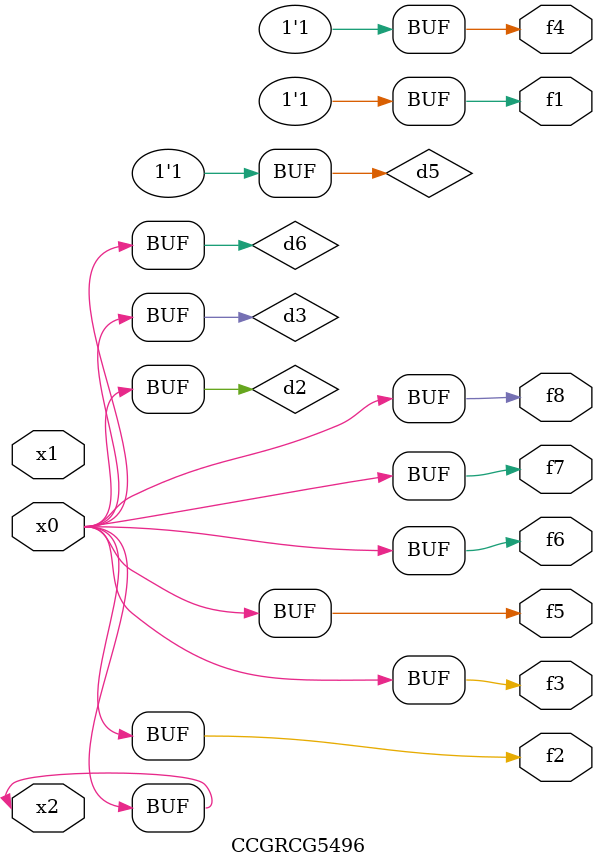
<source format=v>
module CCGRCG5496(
	input x0, x1, x2,
	output f1, f2, f3, f4, f5, f6, f7, f8
);

	wire d1, d2, d3, d4, d5, d6;

	xnor (d1, x2);
	buf (d2, x0, x2);
	and (d3, x0);
	xnor (d4, x1, x2);
	nand (d5, d1, d3);
	buf (d6, d2, d3);
	assign f1 = d5;
	assign f2 = d6;
	assign f3 = d6;
	assign f4 = d5;
	assign f5 = d6;
	assign f6 = d6;
	assign f7 = d6;
	assign f8 = d6;
endmodule

</source>
